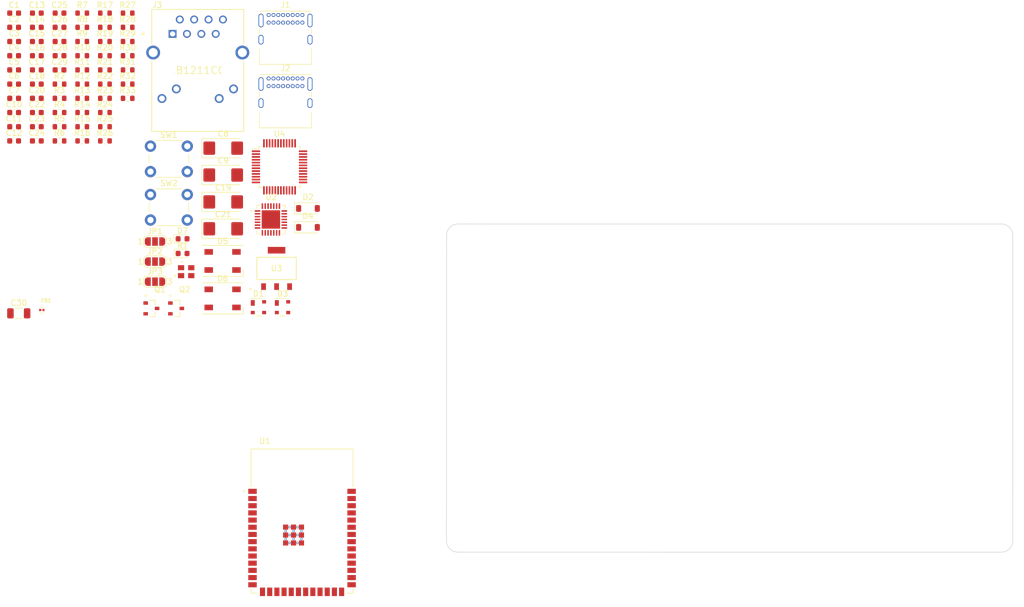
<source format=kicad_pcb>
(kicad_pcb (version 20221018) (generator pcbnew)
  (layers (0 "F.Cu" signal) (1 "In1.Cu" signal) (2 "In2.Cu" signal) (31 "B.Cu" signal) (34 "B.Paste" user) (35 "F.Paste" user) (36 "B.SilkS" user "B.Silkscreen") (37 "F.SilkS" user "F.Silkscreen") (38 "B.Mask" user) (39 "F.Mask" user) (44 "Edge.Cuts" user))
  (net 0 "")
  (net 1 "VCC_3V3")
  (net 2 "GND")
  (net 3 "VCC_5V")
  (net 4 "CHIP_PU")
  (net 5 "Net-(U2-VBUS)")
  (net 6 "/GPIO0")
  (net 7 "/A3V3")
  (net 8 "/CLKIN")
  (net 9 "/XO")
  (net 10 "Net-(U4-1V2O)")
  (net 11 "Net-(U4-TOCAP)")
  (net 12 "Net-(C26-Pad1)")
  (net 13 "Net-(U4-RXN)")
  (net 14 "Net-(C27-Pad2)")
  (net 15 "Net-(U4-RXP)")
  (net 16 "Net-(C28-Pad2)")
  (net 17 "Net-(C29-Pad1)")
  (net 18 "GND1")
  (net 19 "/GPIO20")
  (net 20 "/GPIO19")
  (net 21 "V_BUS")
  (net 22 "/USB_D+")
  (net 23 "/USB_D-")
  (net 24 "Net-(D5-DIN)")
  (net 26 "Net-(D6-DIN)")
  (net 28 "Net-(D7-A)")
  (net 29 "Net-(J1-CC1)")
  (net 31 "Net-(J1-CC2)")
  (net 33 "Net-(J1-SHIELD)")
  (net 34 "Net-(J2-CC1)")
  (net 36 "Net-(J2-CC2)")
  (net 38 "Net-(J2-SHIELD)")
  (net 39 "Net-(U4-TXP)")
  (net 40 "Net-(U4-TXN)")
  (net 42 "Net-(J3-CATHODE_YELLOW)")
  (net 43 "Net-(J3-CATHODE_GREEN)")
  (net 44 "/PMODE2")
  (net 45 "Net-(JP1-B)")
  (net 46 "/PMODE1")
  (net 47 "Net-(JP2-B)")
  (net 48 "/PMODE0")
  (net 49 "Net-(JP3-B)")
  (net 50 "Net-(Q1-Pad3)")
  (net 51 "Net-(Q1-Pad1)")
  (net 52 "/RTS")
  (net 53 "Net-(Q2-Pad3)")
  (net 54 "Net-(Q2-Pad1)")
  (net 55 "/DTR")
  (net 56 "ESP_3V3")
  (net 57 "Net-(U2-~{SUSPEND})")
  (net 58 "Net-(U2-~{RST})")
  (net 59 "Net-(U2-TXD)")
  (net 60 "/ESP_U0_RXD0")
  (net 61 "Net-(U2-RXD)")
  (net 62 "/ESP_U0_TXD0")
  (net 63 "/GPIO38")
  (net 64 "/GPIO47")
  (net 65 "Net-(U4-EXRES1)")
  (net 66 "/LINK")
  (net 67 "/ACT")
  (net 68 "/GPIO4")
  (net 69 "/GPIO5")
  (net 70 "/GPIO6")
  (net 71 "/GPIO7")
  (net 72 "/GPIO15")
  (net 73 "/GPIO16")
  (net 74 "/GPIO17")
  (net 75 "/GPIO18")
  (net 76 "/INTn")
  (net 77 "/GPIO3")
  (net 78 "/GPIO35")
  (net 79 "/GPIO36")
  (net 80 "/GPIO37")
  (net 81 "/GPIO39")
  (net 82 "/GPIO40")
  (net 83 "/GPIO41")
  (net 84 "/GPIO42")
  (net 85 "/GPIO2")
  (net 86 "/GPIO1")
  (net 87 "/GPIO46")
  (net 88 "/MISO")
  (net 89 "/SCSn")
  (net 90 "/SCLK")
  (net 91 "/MOSI")
  (net 92 "/RSTn")
  (net 93 "/GPIO14")
  (net 94 "/GPIO21")
  (net 95 "/GPIO48")
  (net 96 "/GPIO45")
  (footprint "Resistor_SMD:R_0603_1608Metric" (layer "F.Cu") (at 45.675 31.72)
    (fp_text reference "R27" (at 0 -1.43) (layer "F.SilkS"))
    (fp_text value "49R9/1%")
    (pad "1" smd roundrect (at -0.825 0) (size 0.8 0.95) (layers "F.Cu" "F.Paste" "F.Mask") (net 13 "Net-(U4-RXN)"))
    (pad "2" smd roundrect (at 0.825 0) (size 0.8 0.95) (layers "F.Cu" "F.Paste" "F.Mask") (net 17 "Net-(C29-Pad1)"))
  )
  (footprint "Connector_USB:USB_C_Receptacle_GCT_USB4085" (layer "F.Cu") (at 70.575 43.27)
    (fp_text reference "J2" (at 2.975 -1.8) (layer "F.SilkS"))
    (fp_text value "USB_C_Receptacle_USB2.0_16P")
    (pad "A1" thru_hole circle (at 0 0) (size 0.7 0.7) (drill 0.4) (layers "*.Cu" "*.Mask") (net 2 "GND"))
    (pad "A4" thru_hole circle (at 0.85 0) (size 0.7 0.7) (drill 0.4) (layers "*.Cu" "*.Mask") (net 21 "V_BUS"))
    (pad "A5" thru_hole circle (at 1.7 0) (size 0.7 0.7) (drill 0.4) (layers "*.Cu" "*.Mask") (net 34 "Net-(J2-CC1)"))
    (pad "A6" thru_hole circle (at 2.55 0) (size 0.7 0.7) (drill 0.4) (layers "*.Cu" "*.Mask") (net 22 "/USB_D+"))
    (pad "A7" thru_hole circle (at 3.4 0) (size 0.7 0.7) (drill 0.4) (layers "*.Cu" "*.Mask") (net 23 "/USB_D-"))
    (pad "A8" thru_hole circle (at 4.25 0) (size 0.7 0.7) (drill 0.4) (layers "*.Cu" "*.Mask"))
    (pad "A9" thru_hole circle (at 5.1 0) (size 0.7 0.7) (drill 0.4) (layers "*.Cu" "*.Mask") (net 21 "V_BUS"))
    (pad "A12" thru_hole circle (at 5.95 0) (size 0.7 0.7) (drill 0.4) (layers "*.Cu" "*.Mask") (net 2 "GND"))
    (pad "B1" thru_hole circle (at 5.95 1.35) (size 0.7 0.7) (drill 0.4) (layers "*.Cu" "*.Mask") (net 2 "GND"))
    (pad "B4" thru_hole circle (at 5.1 1.35) (size 0.7 0.7) (drill 0.4) (layers "*.Cu" "*.Mask") (net 21 "V_BUS"))
    (pad "B5" thru_hole circle (at 4.25 1.35) (size 0.7 0.7) (drill 0.4) (layers "*.Cu" "*.Mask") (net 36 "Net-(J2-CC2)"))
    (pad "B6" thru_hole circle (at 3.4 1.35) (size 0.7 0.7) (drill 0.4) (layers "*.Cu" "*.Mask") (net 22 "/USB_D+"))
    (pad "B7" thru_hole circle (at 2.55 1.35) (size 0.7 0.7) (drill 0.4) (layers "*.Cu" "*.Mask") (net 23 "/USB_D-"))
    (pad "B8" thru_hole circle (at 1.7 1.35) (size 0.7 0.7) (drill 0.4) (layers "*.Cu" "*.Mask"))
    (pad "B9" thru_hole circle (at 0.85 1.35) (size 0.7 0.7) (drill 0.4) (layers "*.Cu" "*.Mask") (net 21 "V_BUS"))
    (pad "B12" thru_hole circle (at 0 1.35) (size 0.7 0.7) (drill 0.4) (layers "*.Cu" "*.Mask") (net 2 "GND"))
    (pad "S1" thru_hole oval (at -1.35 0.98) (size 0.9 2.4) (drill oval 0.6 2.1) (layers "*.Cu" "*.Mask") (net 38 "Net-(J2-SHIELD)"))
    (pad "S1" thru_hole oval (at -1.35 4.36) (size 0.9 1.7) (drill oval 0.6 1.4) (layers "*.Cu" "*.Mask") (net 38 "Net-(J2-SHIELD)"))
    (pad "S1" thru_hole oval (at 7.3 0.98) (size 0.9 2.4) (drill oval 0.6 2.1) (layers "*.Cu" "*.Mask") (net 38 "Net-(J2-SHIELD)"))
    (pad "S1" thru_hole oval (at 7.3 4.36) (size 0.9 1.7) (drill oval 0.6 1.4) (layers "*.Cu" "*.Mask") (net 38 "Net-(J2-SHIELD)"))
  )
  (footprint "Package_TO_SOT_SMD:SOT-143" (layer "F.Cu") (at 73.025 83.7)
    (fp_text reference "D3" (at 0.02 -2.38) (layer "F.SilkS"))
    (fp_text value "SP0503BAHT")
    (pad "1" smd rect (at -1 -0.75) (size 0.7 1) (layers "F.Cu" "F.Paste" "F.Mask") (net 2 "GND"))
    (pad "2" smd rect (at -1 0.95) (size 0.7 0.6) (layers "F.Cu" "F.Paste" "F.Mask") (net 22 "/USB_D+"))
    (pad "3" smd rect (at 1 0.95) (size 0.7 0.6) (layers "F.Cu" "F.Paste" "F.Mask") (net 23 "/USB_D-"))
    (pad "4" smd rect (at 1 -0.95) (size 0.7 0.6) (layers "F.Cu" "F.Paste" "F.Mask") (net 21 "V_BUS"))
  )
  (footprint "Resistor_SMD:R_0603_1608Metric" (layer "F.Cu") (at 45.675 41.76)
    (fp_text reference "R31" (at 0 -1.43) (layer "F.SilkS"))
    (fp_text value "10K")
    (pad "1" smd roundrect (at -0.825 0) (size 0.8 0.95) (layers "F.Cu" "F.Paste" "F.Mask") (net 45 "Net-(JP1-B)"))
    (pad "2" smd roundrect (at 0.825 0) (size 0.8 0.95) (layers "F.Cu" "F.Paste" "F.Mask") (net 2 "GND"))
  )
  (footprint "Package_QFP:LQFP-48_7x7mm_P0.5mm" (layer "F.Cu") (at 72.495 58.89)
    (fp_text reference "U4" (at 0 -5.85) (layer "F.SilkS"))
    (fp_text value "W5500")
    (pad "1" smd roundrect (at -4.1625 -2.75) (size 1.475 0.3) (layers "F.Cu" "F.Paste" "F.Mask") (net 40 "Net-(U4-TXN)"))
    (pad "2" smd roundrect (at -4.1625 -2.25) (size 1.475 0.3) (layers "F.Cu" "F.Paste" "F.Mask") (net 39 "Net-(U4-TXP)"))
    (pad "3" smd roundrect (at -4.1625 -1.75) (size 1.475 0.3) (layers "F.Cu" "F.Paste" "F.Mask") (net 2 "GND"))
    (pad "4" smd roundrect (at -4.1625 -1.25) (size 1.475 0.3) (layers "F.Cu" "F.Paste" "F.Mask") (net 7 "/A3V3"))
    (pad "5" smd roundrect (at -4.1625 -0.75) (size 1.475 0.3) (layers "F.Cu" "F.Paste" "F.Mask") (net 13 "Net-(U4-RXN)"))
    (pad "6" smd roundrect (at -4.1625 -0.25) (size 1.475 0.3) (layers "F.Cu" "F.Paste" "F.Mask") (net 15 "Net-(U4-RXP)"))
    (pad "7" smd roundrect (at -4.1625 0.25) (size 1.475 0.3) (layers "F.Cu" "F.Paste" "F.Mask"))
    (pad "8" smd roundrect (at -4.1625 0.75) (size 1.475 0.3) (layers "F.Cu" "F.Paste" "F.Mask") (net 7 "/A3V3"))
    (pad "9" smd roundrect (at -4.1625 1.25) (size 1.475 0.3) (layers "F.Cu" "F.Paste" "F.Mask") (net 2 "GND"))
    (pad "10" smd roundrect (at -4.1625 1.75) (size 1.475 0.3) (layers "F.Cu" "F.Paste" "F.Mask") (net 65 "Net-(U4-EXRES1)"))
    (pad "11" smd roundrect (at -4.1625 2.25) (size 1.475 0.3) (layers "F.Cu" "F.Paste" "F.Mask") (net 7 "/A3V3"))
    (pad "12" smd roundrect (at -4.1625 2.75) (size 1.475 0.3) (layers "F.Cu" "F.Paste" "F.Mask"))
    (pad "13" smd roundrect (at -2.75 4.1625) (size 0.3 1.475) (layers "F.Cu" "F.Paste" "F.Mask"))
    (pad "14" smd roundrect (at -2.25 4.1625) (size 0.3 1.475) (layers "F.Cu" "F.Paste" "F.Mask") (net 2 "GND"))
    (pad "15" smd roundrect (at -1.75 4.1625) (size 0.3 1.475) (layers "F.Cu" "F.Paste" "F.Mask") (net 7 "/A3V3"))
    (pad "16" smd roundrect (at -1.25 4.1625) (size 0.3 1.475) (layers "F.Cu" "F.Paste" "F.Mask") (net 2 "GND"))
    (pad "17" smd roundrect (at -0.75 4.1625) (size 0.3 1.475) (layers "F.Cu" "F.Paste" "F.Mask") (net 7 "/A3V3"))
    (pad "18" smd roundrect (at -0.25 4.1625) (size 0.3 1.475) (layers "F.Cu" "F.Paste" "F.Mask"))
    (pad "19" smd roundrect (at 0.25 4.1625) (size 0.3 1.475) (layers "F.Cu" "F.Paste" "F.Mask") (net 2 "GND"))
    (pad "20" smd roundrect (at 0.75 4.1625) (size 0.3 1.475) (layers "F.Cu" "F.Paste" "F.Mask") (net 11 "Net-(U4-TOCAP)"))
    (pad "21" smd roundrect (at 1.25 4.1625) (size 0.3 1.475) (layers "F.Cu" "F.Paste" "F.Mask") (net 7 "/A3V3"))
    (pad "22" smd roundrect (at 1.75 4.1625) (size 0.3 1.475) (layers "F.Cu" "F.Paste" "F.Mask") (net 10 "Net-(U4-1V2O)"))
    (pad "23" smd roundrect (at 2.25 4.1625) (size 0.3 1.475) (layers "F.Cu" "F.Paste" "F.Mask"))
    (pad "24" smd roundrect (at 2.75 4.1625) (size 0.3 1.475) (layers "F.Cu" "F.Paste" "F.Mask"))
    (pad "25" smd roundrect (at 4.1625 2.75) (size 1.475 0.3) (layers "F.Cu" "F.Paste" "F.Mask") (net 66 "/LINK"))
    (pad "26" smd roundrect (at 4.1625 2.25) (size 1.475 0.3) (layers "F.Cu" "F.Paste" "F.Mask"))
    (pad "27" smd roundrect (at 4.1625 1.75) (size 1.475 0.3) (layers "F.Cu" "F.Paste" "F.Mask") (net 67 "/ACT"))
    (pad "28" smd roundrect (at 4.1625 1.25) (size 1.475 0.3) (layers "F.Cu" "F.Paste" "F.Mask") (net 1 "VCC_3V3"))
    (pad "29" smd roundrect (at 4.1625 0.75) (size 1.475 0.3) (layers "F.Cu" "F.Paste" "F.Mask") (net 2 "GND"))
    (pad "30" smd roundrect (at 4.1625 0.25) (size 1.475 0.3) (layers "F.Cu" "F.Paste" "F.Mask") (net 8 "/CLKIN"))
    (pad "31" smd roundrect (at 4.1625 -0.25) (size 1.475 0.3) (layers "F.Cu" "F.Paste" "F.Mask") (net 9 "/XO"))
    (pad "32" smd roundrect (at 4.1625 -0.75) (size 1.475 0.3) (layers "F.Cu" "F.Paste" "F.Mask") (net 89 "/SCSn"))
    (pad "33" smd roundrect (at 4.1625 -1.25) (size 1.475 0.3) (layers "F.Cu" "F.Paste" "F.Mask") (net 90 "/SCLK"))
    (pad "34" smd roundrect (at 4.1625 -1.75) (size 1.475 0.3) (layers "F.Cu" "F.Paste" "F.Mask") (net 88 "/MISO"))
    (pad "35" smd roundrect (at 4.1625 -2.25) (size 1.475 0.3) (layers "F.Cu" "F.Paste" "F.Mask") (net 91 "/MOSI"))
    (pad "36" smd roundrect (at 4.1625 -2.75) (size 1.475 0.3) (layers "F.Cu" "F.Paste" "F.Mask") (net 76 "/INTn"))
    (pad "37" smd roundrect (at 2.75 -4.1625) (size 0.3 1.475) (layers "F.Cu" "F.Paste" "F.Mask") (net 92 "/RSTn"))
    (pad "38" smd roundrect (at 2.25 -4.1625) (size 0.3 1.475) (layers "F.Cu" "F.Paste" "F.Mask"))
    (pad "39" smd roundrect (at 1.75 -4.1625) (size 0.3 1.475) (layers "F.Cu" "F.Paste" "F.Mask"))
    (pad "40" smd roundrect (at 1.25 -4.1625) (size 0.3 1.475) (layers "F.Cu" "F.Paste" "F.Mask"))
    (pad "41" smd roundrect (at 0.75 -4.1625) (size 0.3 1.475) (layers "F.Cu" "F.Paste" "F.Mask"))
    (pad "42" smd roundrect (at 0.25 -4.1625) (size 0.3 1.475) (layers "F.Cu" "F.Paste" "F.Mask"))
    (pad "43" smd roundrect (at -0.25 -4.1625) (size 0.3 1.475) (layers "F.Cu" "F.Paste" "F.Mask") (net 44 "/PMODE2"))
    (pad "44" smd roundrect (at -0.75 -4.1625) (size 0.3 1.475) (layers "F.Cu" "F.Paste" "F.Mask") (net 46 "/PMODE1"))
    (pad "45" smd roundrect (at -1.25 -4.1625) (size 0.3 1.475) (layers "F.Cu" "F.Paste" "F.Mask") (net 48 "/PMODE0"))
    (pad "46" smd roundrect (at -1.75 -4.1625) (size 0.3 1.475) (layers "F.Cu" "F.Paste" "F.Mask"))
    (pad "47" smd roundrect (at -2.25 -4.1625) (size 0.3 1.475) (layers "F.Cu" "F.Paste" "F.Mask"))
    (pad "48" smd roundrect (at -2.75 -4.1625) (size 0.3 1.475) (layers "F.Cu" "F.Paste" "F.Mask") (net 2 "GND"))
  )
  (footprint "Button_Switch_THT:SW_PUSH_6mm" (layer "F.Cu") (at 49.705 63.79)
    (fp_text reference "SW2" (at 3.25 -2) (layer "F.SilkS"))
    (fp_text value "SW_Push")
    (pad "1" thru_hole circle (at 0 0 90) (size 2 2) (drill 1.1) (layers "*.Cu" "*.Mask") (net 2 "GND"))
    (pad "1" thru_hole circle (at 6.5 0 90) (size 2 2) (drill 1.1) (layers "*.Cu" "*.Mask") (net 2 "GND"))
    (pad "2" thru_hole circle (at 0 4.5 90) (size 2 2) (drill 1.1) (layers "*.Cu" "*.Mask") (net 4 "CHIP_PU"))
    (pad "2" thru_hole circle (at 6.5 4.5 90) (size 2 2) (drill 1.1) (layers "*.Cu" "*.Mask") (net 4 "CHIP_PU"))
  )
  (footprint "Capacitor_SMD:C_0603_1608Metric" (layer "F.Cu") (at 29.635 31.72)
    (fp_text reference "C13" (at 0 -1.43) (layer "F.SilkS"))
    (fp_text value "0.1uF")
    (pad "1" smd roundrect (at -0.775 0) (size 0.9 0.95) (layers "F.Cu" "F.Paste" "F.Mask") (net 2 "GND"))
    (pad "2" smd roundrect (at 0.775 0) (size 0.9 0.95) (layers "F.Cu" "F.Paste" "F.Mask") (net 4 "CHIP_PU"))
  )
  (footprint "Resistor_SMD:R_0603_1608Metric" (layer "F.Cu") (at 41.665 44.27)
    (fp_text reference "R22" (at 0 -1.43) (layer "F.SilkS"))
    (fp_text value "12.4K/1%")
    (pad "1" smd roundrect (at -0.825 0) (size 0.8 0.95) (layers "F.Cu" "F.Paste" "F.Mask") (net 65 "Net-(U4-EXRES1)"))
    (pad "2" smd roundrect (at 0.825 0) (size 0.8 0.95) (layers "F.Cu" "F.Paste" "F.Mask") (net 2 "GND"))
  )
  (footprint "Capacitor_Tantalum_SMD:CP_EIA-6032-28_Kemet-C" (layer "F.Cu") (at 62.55 60.34)
    (fp_text reference "C9" (at 0 -2.55) (layer "F.SilkS"))
    (fp_text value "10uF")
    (pad "1" smd roundrect (at -2.4625 0) (size 2.075 2.35) (layers "F.Cu" "F.Paste" "F.Mask") (roundrect_rratio 0.120482) (net 1 "VCC_3V3"))
    (pad "2" smd roundrect (at 2.4625 0) (size 2.075 2.35) (layers "F.Cu" "F.Paste" "F.Mask") (roundrect_rratio 0.120482) (net 2 "GND"))
  )
  (footprint "Capacitor_SMD:C_0603_1608Metric" (layer "F.Cu") (at 33.645 34.23)
    (fp_text reference "C26" (at 0 -1.43) (layer "F.SilkS"))
    (fp_text value "22nF")
    (pad "1" smd roundrect (at -0.775 0) (size 0.9 0.95) (layers "F.Cu" "F.Paste" "F.Mask") (net 12 "Net-(C26-Pad1)"))
    (pad "2" smd roundrect (at 0.775 0) (size 0.9 0.95) (layers "F.Cu" "F.Paste" "F.Mask") (net 2 "GND"))
  )
  (footprint "Capacitor_SMD:C_0603_1608Metric" (layer "F.Cu") (at 29.635 39.25)
    (fp_text reference "C16" (at 0 -1.43) (layer "F.SilkS"))
    (fp_text value "0.1uF")
    (pad "1" smd roundrect (at -0.775 0) (size 0.9 0.95) (layers "F.Cu" "F.Paste" "F.Mask") (net 7 "/A3V3"))
    (pad "2" smd roundrect (at 0.775 0) (size 0.9 0.95) (layers "F.Cu" "F.Paste" "F.Mask") (net 2 "GND"))
  )
  (footprint "footprints:SOT-223_3MC_MCH-L" (layer "F.Cu") (at 71.9732 76.8476)
    (fp_text reference "U3" (at 0 0 unlocked) (layer "F.SilkS"))
    (fp_text value "TC1264-3.3VDB")
    (fp_poly (pts (xy 1.5494 -3.8024) (xy -1.5494 -3.8024) (xy -1.5494 -2.634) (xy 1.5494 -2.634)) (fill solid) (layer "F.Cu"))
    (pad "1" smd rect (at -2.3 3.2182) (size 0.8382 1.1684) (layers "F.Cu" "F.Paste" "F.Mask") (net 3 "VCC_5V"))
    (pad "2" smd rect (at 0 3.2182) (size 0.8382 1.1684) (layers "F.Cu" "F.Paste" "F.Mask") (net 2 "GND"))
    (pad "3" smd rect (at 2.3 3.2182) (size 0.8382 1.1684) (layers "F.Cu" "F.Paste" "F.Mask") (net 1 "VCC_3V3"))
  )
  (footprint "Capacitor_SMD:C_0603_1608Metric" (layer "F.Cu") (at 29.635 49.29)
    (fp_text reference "C22" (at 0 -1.43) (layer "F.SilkS"))
    (fp_text value "15pF")
    (pad "1" smd roundrect (at -0.775 0) (size 0.9 0.95) (layers "F.Cu" "F.Paste" "F.Mask") (net 8 "/CLKIN"))
    (pad "2" smd roundrect (at 0.775 0) (size 0.9 0.95) (layers "F.Cu" "F.Paste" "F.Mask") (net 2 "GND"))
  )
  (footprint "SS8050-G:TRANS_SS8050-G" (layer "F.Cu") (at 49.865 83.915)
    (fp_text reference "Q1" (at 1.515 -3.335) (layer "F.SilkS"))
    (fp_text value "L8050QLT1G")
    (pad "1" smd rect (at -1.01 -0.95) (size 0.8 0.6) (layers "F.Cu" "F.Paste" "F.Mask") (net 51 "Net-(Q1-Pad1)"))
    (pad "2" smd rect (at -1.01 0.95) (size 0.8 0.6) (layers "F.Cu" "F.Paste" "F.Mask") (net 52 "/RTS"))
    (pad "3" smd rect (at 1.01 0) (size 0.8 0.6) (layers "F.Cu" "F.Paste" "F.Mask") (net 50 "Net-(Q1-Pad3)"))
  )
  (footprint "Capacitor_SMD:C_1206_3216Metric" (layer "F.Cu") (at 26.445 84.79)
    (fp_text reference "C30" (at 0 -1.85) (layer "F.SilkS"))
    (fp_text value "1nF/2kV")
    (pad "1" smd roundrect (at -1.475 0) (size 1.15 1.8) (layers "F.Cu" "F.Paste" "F.Mask") (roundrect_rratio 0.217391) (net 2 "GND"))
    (pad "2" smd roundrect (at 1.475 0) (size 1.15 1.8) (layers "F.Cu" "F.Paste" "F.Mask") (roundrect_rratio 0.217391) (net 18 "GND1"))
  )
  (footprint "Capacitor_SMD:C_0603_1608Metric" (layer "F.Cu") (at 29.635 41.76)
    (fp_text reference "C17" (at 0 -1.43) (layer "F.SilkS"))
    (fp_text value "0.1uF")
    (pad "1" smd roundrect (at -0.775 0) (size 0.9 0.95) (layers "F.Cu" "F.Paste" "F.Mask") (net 7 "/A3V3"))
    (pad "2" smd roundrect (at 0.775 0) (size 0.9 0.95) (layers "F.Cu" "F.Paste" "F.Mask") (net 2 "GND"))
  )
  (footprint "Resistor_SMD:R_0603_1608Metric" (layer "F.Cu") (at 41.665 31.72)
    (fp_text reference "R17" (at 0 -1.43) (layer "F.SilkS"))
    (fp_text value "0")
    (pad "1" smd roundrect (at -0.825 0) (size 0.8 0.95) (layers "F.Cu" "F.Paste" "F.Mask") (net 4 "CHIP_PU"))
    (pad "2" smd roundrect (at 0.825 0) (size 0.8 0.95) (layers "F.Cu" "F.Paste" "F.Mask") (net 50 "Net-(Q1-Pad3)"))
  )
  (footprint "Capacitor_SMD:C_0603_1608Metric" (layer "F.Cu") (at 33.645 41.76)
    (fp_text reference "C29" (at 0 -1.43) (layer "F.SilkS"))
    (fp_text value "10nF")
    (pad "1" smd roundrect (at -0.775 0) (size 0.9 0.95) (layers "F.Cu" "F.Paste" "F.Mask") (net 17 "Net-(C29-Pad1)"))
    (pad "2" smd roundrect (at 0.775 0) (size 0.9 0.95) (layers "F.Cu" "F.Paste" "F.Mask") (net 2 "GND"))
  )
  (footprint "Resistor_SMD:R_0603_1608Metric" (layer "F.Cu") (at 37.655 39.25)
    (fp_text reference "R10" (at 0 -1.43) (layer "F.SilkS"))
    (fp_text value "1K")
    (pad "1" smd roundrect (at -0.825 0) (size 0.8 0.95) (layers "F.Cu" "F.Paste" "F.Mask") (net 58 "Net-(U2-~{RST})"))
    (pad "2" smd roundrect (at 0.825 0) (size 0.8 0.95) (layers "F.Cu" "F.Paste" "F.Mask") (net 1 "VCC_3V3"))
  )
  (footprint "Capacitor_SMD:C_0603_1608Metric" (layer "F.Cu") (at 25.625 44.27)
    (fp_text reference "C6" (at 0 -1.43) (layer "F.SilkS"))
    (fp_text value "10uF")
    (pad "1" smd roundrect (at -0.775 0) (size 0.9 0.95) (layers "F.Cu" "F.Paste" "F.Mask") (net 2 "GND"))
    (pad "2" smd roundrect (at 0.775 0) (size 0.9 0.95) (layers "F.Cu" "F.Paste" "F.Mask") (net 1 "VCC_3V3"))
  )
  (footprint "Capacitor_SMD:C_0603_1608Metric" (layer "F.Cu") (at 29.635 44.27)
    (fp_text reference "C18" (at 0 -1.43) (layer "F.SilkS"))
    (fp_text value "0.1uF")
    (pad "1" smd roundrect (at -0.775 0) (size 0.9 0.95) (layers "F.Cu" "F.Paste" "F.Mask") (net 7 "/A3V3"))
    (pad "2" smd roundrect (at 0.775 0) (size 0.9 0.95) (layers "F.Cu" "F.Paste" "F.Mask") (net 2 "GND"))
  )
  (footprint "Resistor_SMD:R_0603_1608Metric" (layer "F.Cu") (at 37.655 46.78)
    (fp_text reference "R13" (at 0 -1.43) (layer "F.SilkS"))
    (fp_text value "22.1K")
    (pad "1" smd roundrect (at -0.825 0) (size 0.8 0.95) (layers "F.Cu" "F.Paste" "F.Mask") (net 21 "V_BUS"))
    (pad "2" smd roundrect (at 0.825 0) (size 0.8 0.95) (layers "F.Cu" "F.Paste" "F.Mask") (net 5 "Net-(U2-VBUS)"))
  )
  (footprint "Capacitor_SMD:C_0603_1608Metric" (layer "F.Cu") (at 25.625 31.72)
    (fp_text reference "C1" (at 0 -1.43) (layer "F.SilkS"))
    (fp_text value "0.1uF")
    (pad "1" smd roundrect (at -0.775 0) (size 0.9 0.95) (layers "F.Cu" "F.Paste" "F.Mask") (net 1 "VCC_3V3"))
    (pad "2" smd roundrect (at 0.775 0) (size 0.9 0.95) (layers "F.Cu" "F.Paste" "F.Mask") (net 2 "GND"))
  )
  (footprint "Capacitor_Tantalum_SMD:CP_EIA-6032-28_Kemet-C" (layer "F.Cu") (at 62.55 55.59)
    (fp_text reference "C8" (at 0 -2.55) (layer "F.SilkS"))
    (fp_text value "10uF")
    (pad "1" smd roundrect (at -2.4625 0) (size 2.075 2.35) (layers "F.Cu" "F.Paste" "F.Mask") (roundrect_rratio 0.120482) (net 3 "VCC_5V"))
    (pad "2" smd roundrect (at 2.4625 0) (size 2.075 2.35) (layers "F.Cu" "F.Paste" "F.Mask") (roundrect_rratio 0.120482) (net 2 "GND"))
  )
  (footprint "ECS-2033-250-BN-TR3:OSC_ECS-2033-250-BN-TR3" (layer "F.Cu") (at 56.007 77.42)
    (fp_text reference "Y1" (at -0.735903 -1.707628) (layer "F.SilkS") (effects (font (size 0.320831 0.320831))))
    (fp_text value "ECS-2033-250-BN-TR3")
    (pad "1" smd rect (at -0.9 0.7 180) (size 1.1 0.9) (layers "F.Cu" "F.Paste" "F.Mask") (net 9 "/XO"))
    (pad "2" smd rect (at 0.9 0.7 180) (size 1.1 0.9) (layers "F.Cu" "F.Paste" "F.Mask") (net 2 "GND"))
    (pad "3" smd rect (at 0.9 -0.7 180) (size 1.1 0.9) (layers "F.Cu" "F.Paste" "F.Mask") (net 8 "/CLKIN"))
    (pad "4" smd rect (at -0.9 -0.7 180) (size 1.1 0.9) (layers "F.Cu" "F.Paste" "F.Mask") (net 1 "VCC_3V3"))
  )
  (footprint "Resistor_SMD:R_0603_1608Metric" (layer "F.Cu") (at 45.675 46.78)
    (fp_text reference "R33" (at 0 -1.43) (layer "F.SilkS"))
    (fp_text value "10K")
    (pad "1" smd roundrect (at -0.825 0) (size 0.8 0.95) (layers "F.Cu" "F.Paste" "F.Mask") (net 49 "Net-(JP3-B)"))
    (pad "2" smd roundrect (at 0.825 0) (size 0.8 0.95) (layers "F.Cu" "F.Paste" "F.Mask") (net 2 "GND"))
  )
  (footprint "Resistor_SMD:R_0603_1608Metric" (layer "F.Cu") (at 37.655 34.23)
    (fp_text reference "R8" (at 0 -1.43) (layer "F.SilkS"))
    (fp_text value "5.1K")
    (pad "1" smd roundrect (at -0.825 0) (size 0.8 0.95) (layers "F.Cu" "F.Paste" "F.Mask") (net 36 "Net-(J2-CC2)"))
    (pad "2" smd roundrect (at 0.825 0) (size 0.8 0.95) (layers "F.Cu" "F.Paste" "F.Mask") (net 2 "GND"))
  )
  (footprint "Resistor_SMD:R_0603_1608Metric" (layer "F.Cu") (at 45.675 36.74)
    (fp_text reference "R29" (at 0 -1.43) (layer "F.SilkS"))
    (fp_text value "330R")
    (pad "1" smd roundrect (at -0.825 0) (size 0.8 0.95) (layers "F.Cu" "F.Paste" "F.Mask") (net 42 "Net-(J3-CATHODE_YELLOW)"))
    (pad "2" smd roundrect (at 0.825 0) (size 0.8 0.95) (layers "F.Cu" "F.Paste" "F.Mask") (net 66 "/LINK"))
  )
  (footprint "Resistor_SMD:R_0603_1608Metric" (layer "F.Cu") (at 41.665 51.8)
    (fp_text reference "R25" (at 0 -1.43) (layer "F.SilkS"))
    (fp_text value "10R")
    (pad "1" smd roundrect (at -0.825 0) (size 0.8 0.95) (layers "F.Cu" "F.Paste" "F.Mask") (net 7 "/A3V3"))
    (pad "2" smd roundrect (at 0.825 0) (size 0.8 0.95) (layers "F.Cu" "F.Paste" "F.Mask") (net 12 "Net-(C26-Pad1)"))
  )
  (footprint "Resistor_SMD:R_0603_1608Metric" (layer "F.Cu") (at 45.675 44.27)
    (fp_text reference "R32" (at 0 -1.43) (layer "F.SilkS"))
    (fp_text value "10K")
    (pad "1" smd roundrect (at -0.825 0) (size 0.8 0.95) (layers "F.Cu" "F.Paste" "F.Mask") (net 47 "Net-(JP2-B)"))
    (pad "2" smd roundrect (at 0.825 0) (size 0.8 0.95) (layers "F.Cu" "F.Paste" "F.Mask") (net 2 "GND"))
  )
  (footprint "BK0603LL121-T:BEADC0603X33N" (layer "F.Cu") (at 30.515 84.1985)
    (fp_text reference "FB1" (at 0.762 -1.6764) (layer "F.SilkS") (effects (font (size 0.64 0.64))))
    (fp_text value "BK0603LL121-T")
    (pad "1" smd rect (at -0.28 0 180) (size 0.38 0.4) (layers "F.Cu" "F.Paste" "F.Mask") (net 1 "VCC_3V3"))
    (pad "2" smd rect (at 0.28 0 180) (size 0.38 0.4) (layers "F.Cu" "F.Paste" "F.Mask") (net 7 "/A3V3"))
  )
  (footprint "Resistor_SMD:R_0603_1608Metric" (layer "F.Cu") (at 41.665 39.25)
    (fp_text reference "R20" (at 0 -1.43) (layer "F.SilkS"))
    (fp_text value "0")
    (pad "1" smd roundrect (at -0.825 0) (size 0.8 0.95) (layers "F.Cu" "F.Paste" "F.Mask") (net 64 "/GPIO47"))
    (pad "2" smd roundrect (at 0.825 0) (size 0.8 0.95) (layers "F.Cu" "F.Paste" "F.Mask") (net 26 "Net-(D6-DIN)"))
  )
  (footprint "Diode_SMD:D_SOD-123" (layer "F.Cu") (at 77.52 69.59)
    (fp_text reference "D4" (at 0 -2) (layer "F.SilkS"))
    (fp_text value "1N5819HW-7-F")
    (pad "1" smd roundrect (at -1.65 0) (size 0.9 1.2) (layers "F.Cu" "F.Paste" "F.Mask"))
    (pad "2" smd roundrect (at 1.65 0) (size 0.9 1.2) (layers "F.Cu" "F.Paste" "F.Mask"))
  )
  (footprint "SS8050-G:TRANS_SS8050-G" (layer "F.Cu") (at 54.235 83.915)
    (fp_text reference "Q2" (at 1.515 -3.335) (layer "F.SilkS"))
    (fp_text value "L8050QLT1G")
    (pad "1" smd rect (at -1.01 -0.95) (size 0.8 0.6) (layers "F.Cu" "F.Paste" "F.Mask") (net 54 "Net-(Q2-Pad1)"))
    (pad "2" smd rect (at -1.01 0.95) (size 0.8 0.6) (layers "F.Cu" "F.Paste" "F.Mask") (net 55 "/DTR"))
    (pad "3" smd rect (at 1.01 0) (size 0.8 0.6) (layers "F.Cu" "F.Paste" "F.Mask") (net 53 "Net-(Q2-Pad3)"))
  )
  (footprint "Resistor_SMD:R_0603_1608Metric" (layer "F.Cu") (at 37.655 44.27)
    (fp_text reference "R12" (at 0 -1.43) (layer "F.SilkS"))
    (fp_text value "0")
    (pad "1" smd roundrect (at -0.825 0) (size 0.8 0.95) (layers "F.Cu" "F.Paste" "F.Mask") (net 61 "Net-(U2-RXD)"))
    (pad "2" smd roundrect (at 0.825 0) (size 0.8 0.95) (layers "F.Cu" "F.Paste" "F.Mask") (net 62 "/ESP_U0_TXD0"))
  )
  (footprint "Resistor_SMD:R_0603_1608Metric" (layer "F.Cu") (at 33.645 51.8)
    (fp_text reference "R5" (at 0 -1.43) (layer "F.SilkS"))
    (fp_text value "5.1K")
    (pad "1" smd roundrect (at -0.825 0) (size 0.8 0.95) (layers "F.Cu" "F.Paste" "F.Mask") (net 31 "Net-(J1-CC2)"))
    (pad "2" smd roundrect (at 0.825 0) (size 0.8 0.95) (layers "F.Cu" "F.Paste" "F.Mask") (net 2 "GND"))
  )
  (footprint "Diode_SMD:D_0603_1608Metric" (layer "F.Cu") (at 55.375 74.2)
    (fp_text reference "R1" (at 0 -1.43) (layer "F.SilkS"))
    (fp_text value "47K")
    (pad "1" smd roundrect (at -0.7875 0) (size 0.875 0.95) (layers "F.Cu" "F.Paste" "F.Mask") (net 56 "ESP_3V3"))
    (pad "2" smd roundrect (at 0.7875 0) (size 0.875 0.95) (layers "F.Cu" "F.Paste" "F.Mask") (net 1 "VCC_3V3"))
  )
  (footprint "eec:WIZnet-J1B1211CCD-MFG" (layer "F.Cu") (at 58.055 41.84)
    (fp_text reference "J3" (at -8.125 -11.575) (layer "F.SilkS") (effects (justify left)))
    (fp_text value "J1B1211CCD" (at 0 0) (layer "F.SilkS") (effects (font (size 1.27 1.27))))
    (pad "" np_thru_hole circle (at -5.715 -0.1) (size 3.25 3.25) (drill 3.25) (layers "*.Cu" "*.Mask"))
    (pad "" np_thru_hole circle (at 5.715 -0.1) (size 3.25 3.25) (drill 3.25) (layers "*.Cu" "*.Mask"))
    (pad "1" thru_hole rect (at -4.445 -6.45) (size 1.4 1.4) (drill 0.9) (layers "*.Cu") (net 39 "Net-(U4-TXP)"))
    (pad "2" thru_hole circle (at -3.175 -8.99) (size 1.4 1.4) (drill 0.9) (layers "*.Cu") (net 12 "Net-(C26-Pad1)"))
    (pad "3" thru_hole circle (at -1.905 -6.45) (size 1.4 1.4) (drill 0.9) (layers "*.Cu") (net 40 "Net-(U4-TXN)"))
    (pad "4" thru_hole circle (at -0.635 -8.99) (size 1.4 1.4) (drill 0.9) (layers "*.Cu") (net 16 "Net-(C28-Pad2)"))
    (pad "5" thru_hole circle (at 0.635 -6.45) (size 1.4 1.4) (drill 0.9) (layers "*.Cu") (net 17 "Net-(C29-Pad1)"))
    (pad "6" thru_hole circle (at 1.905 -8.99) (size 1.4 1.4) (drill 0.9) (layers "*.Cu") (net 14 "Net-(C27-Pad2)"))
    (pad "7" thru_hole circle (at 3.175 -6.45) (size 1.4 1.4) (drill 0.9) (layers "*.Cu"))
    (pad "8" thru_hole circle (at 4.445 -8.99) (size 1.4 1.4) (drill 0.9) (layers "*.Cu") (net 18 "GND1"))
    (pad "9" thru_hole circle (at -6.325 4.98) (size 1.57 1.57) (drill 1.02) (layers "*.Cu") (net 43 "Net-(J3-CATHODE_GREEN)"))
    (pad "10" thru_hole circle (at -3.785 3.28) (size 1.57 1.57) (drill 1.02) (layers "*.Cu") (net 1 "VCC_3V3"))
    (pad "11" thru_hole circle (at 3.785 4.98) (size 1.57 1.57) (drill 1.02) (layers "*.Cu") (net 42 "Net-(J3-CATHODE_YELLOW)"))
    (pad "12" thru_hole circle (at 6.325 3.28) (size 1.57 1.57) (drill 1.02) (layers "*.Cu") (net 1 "VCC_3V3"))
    (pad "13" thru_hole circle (at -7.875 -3.15) (size 2.45 2.45) (drill 1.6) (layers "*.Cu") (net 18 "GND1"))
    (pad "14" thru_hole circle (at 7.875 -3.15) (size 2.45 2.45) (drill 1.6) (layers "*.Cu") (net 18 "GND1"))
  )
  (footprint "Capacitor_SMD:C_0603_1608Metric" (layer "F.Cu") (at 29.635 36.74)
    (fp_text reference "C15" (at 0 -1.43) (layer "F.SilkS"))
    (fp_text value "0.1uF")
    (pad "1" smd roundrect (at -0.775 0) (size 0.9 0.95) (layers "F.Cu" "F.Paste" "F.Mask") (net 7 "/A3V3"))
    (pad "2" smd roundrect (at 0.775 0) (size 0.9 0.95) (layers "F.Cu" "F.Paste" "F.Mask") (net 2 "GND"))
  )
  (footprint "Package_TO_SOT_SMD:SOT-143" (layer "F.Cu") (at 68.775 83.7)
    (fp_text reference "D1" (at 0.02 -2.38) (layer "F.SilkS"))
    (fp_text value "SP0503BAHT")
    (pad "1" smd rect (at -1 -0.75) (size 0.7 1) (layers "F.Cu" "F.Paste" "F.Mask") (net 2 "GND"))
    (pad "2" smd rect (at -1 0.95) (size 0.7 0.6) (layers "F.Cu" "F.Paste" "F.Mask") (net 19 "/GPIO20"))
    (pad "3" smd rect (at 1 0.95) (size 0.7 0.6) (layers "F.Cu" "F.Paste" "F.Mask") (net 20 "/GPIO19"))
    (pad "4" smd rect (at 1 -0.95) (size 0.7 0.6) (layers "F.Cu" "F.Paste" "F.Mask") (net 21 "V_BUS"))
  )
  (footprint "Resistor_SMD:R_0603_1608Metric" (layer "F.Cu") (at 45.675 34.23)
    (fp_text reference "R28" (at 0 -1.43) (layer "F.SilkS"))
    (fp_text value "1M")
    (pad "1" smd roundrect (at -0.825 0) (size 0.8 0.95) (layers "F.Cu" "F.Paste" "F.Mask") (net 9 "/XO"))
    (pad "2" smd roundrect (at 0.825 0) (size 0.8 0.95) (layers "F.Cu" "F.Paste" "F.Mask") (net 8 "/CLKIN"))
  )
  (footprint "Capacitor_SMD:C_0603_1608Metric" (layer "F.Cu") (at 33.645 39.25)
    (fp_text reference "C28" (at 0 -1.43) (layer "F.SilkS"))
    (fp_text value "6.5nF")
    (pad "1" smd roundrect (at -0.775 0) (size 0.9 0.95) (layers "F.Cu" "F.Paste" "F.Mask") (net 15 "Net-(U4-RXP)"))
    (pad "2" smd roundrect (at 0.775 0) (size 0.9 0.95) (layers "F.Cu" "F.Paste" "F.Mask") (net 16 "Net-(C28-Pad2)"))
  )
  (footprint "Resistor_SMD:R_0603_1608Metric" (layer "F.Cu") (at 41.665 41.76)
    (fp_text reference "R21" (at 0 -1.43) (layer "F.SilkS"))
    (fp_text value "5.1K")
    (pad "1" smd roundrect (at -0.825 0) (size 0.8 0.95) (layers "F.Cu" "F.Paste" "F.Mask") (net 1 "VCC_3V3"))
    (pad "2" smd roundrect (at 0.825 0) (size 0.8 0.95) (layers "F.Cu" "F.Paste" "F.Mask") (net 28 "Net-(D7-A)"))
  )
  (footprint "Connector_USB:USB_C_Receptacle_GCT_USB4085" (layer "F.Cu") (at 70.575 32.05)
    (fp_text reference "J1" (at 2.975 -1.8) (layer "F.SilkS"))
    (fp_text value "USB_C_Receptacle_USB2.0_16P")
    (pad "A1" thru_hole circle (at 0 0) (size 0.7 0.7) (drill 0.4) (layers "*.Cu" "*.Mask") (net 2 "GND"))
    (pad "A4" thru_hole circle (at 0.85 0) (size 0.7 0.7) (drill 0.4) (layers "*.Cu" "*.Mask") (net 21 "V_BUS"))
    (pad "A5" thru_hole circle (at 1.7 0) (size 0.7 0.7) (drill 0.4) (layers "*.Cu" "*.Mask") (net 29 "Net-(J1-CC1)"))
    (pad "A6" thru_hole circle (at 2.55 0) (size 0.7 0.7) (drill 0.4) (layers "*.Cu" "*.Mask") (net 19 "/GPIO20"))
    (pad "A7" thru_hole circle (at 3.4 0) (size 0.7 0.7) (drill 0.4) (layers "*.Cu" "*.Mask") (net 20 "/GPIO19"))
    (pad "A8" thru_hole circle (at 4.25 0) (size 0.7 0.7) (drill 0.4) (layers "*.Cu" "*.Mask"))
    (pad "A9" thru_hole circle (at 5.1 0) (size 0.7 0.7) (drill 0.4) (layers "*.Cu" "*.Mask") (net 21 "V_BUS"))
    (pad "A12" thru_hole circle (at 5.95 0) (size 0.7 0.7) (drill 0.4) (layers "*.Cu" "*.Mask") (net 2 "GND"))
    (pad "B1" thru_hole circle (at 5.95 1.35) (size 0.7 0.7) (drill 0.4) (layers "*.Cu" "*.Mask") (net 2 "GND"))
    (pad "B4" thru_hole circle (at 5.1 1.35) (size 0.7 0.7) (drill 0.4) (layers "*.Cu" "*.Mask") (net 21 "V_BUS"))
    (pad "B5" thru_hole circle (at 4.25 1.35) (size 0.7 0.7) (drill 0.4) (layers "*.Cu" "*.Mask") (net 31 "Net-(J1-CC2)"))
    (pad "B6" thru_hole circle (at 3.4 1.35) (size 0.7 0.7) (drill 0.4) (layers "*.Cu" "*.Mask") (net 19 "/GPIO20"))
    (pad "B7" thru_hole circle (at 2.55 1.35) (size 0.7 0.7) (drill 0.4) (layers "*.Cu" "*.Mask") (net 20 "/GPIO19"))
    (pad "B8" thru_hole circle (at 1.7 1.35) (size 0.7 0.7) (drill 0.4) (layers "*.Cu" "*.Mask"))
    (pad "B9" thru_hole circle (at 0.85 1.35) (size 0.7 0.7) (drill 0.4) (layers "*.Cu" "*.Mask") (net 21 "V_BUS"))
    (pad "B12" thru_hole circle (at 0 1.35) (size 0.7 0.7) (drill 0.4) (layers "*.Cu" "*.Mask") (net 2 "GND"))
    (pad "S1" thru_hole oval (at -1.35 0.98) (size 0.9 2.4) (drill oval 0.6 2.1) (layers "*.Cu" "*.Mask") (net 33 "Net-(J1-SHIELD)"))
    (pad "S1" thru_hole oval (at -1.35 4.36) (size 0.9 1.7) (drill oval 0.6 1.4) (layers "*.Cu" "*.Mask") (net 33 "Net-(J1-SHIELD)"))
    (pad "S1" thru_hole oval (at 7.3 0.98) (size 0.9 2.4) (drill oval 0.6 2.1) (layers "*.Cu" "*.Mask") (net 33 "Net-(J1-SHIELD)"))
    (pad "S1" thru_hole oval (at 7.3 4.36) (size 0.9 1.7) (drill oval 0.6 1.4) (layers "*.Cu" "*.Mask") (net 33 "Net-(J1-SHIELD)"))
  )
  (footprint "Capacitor_SMD:C_0603_1608Metric" (layer "F.Cu") (at 29.635 46.78)
    (fp_text reference "C20" (at 0 -1.43) (layer "F.SilkS"))
    (fp_text value "0.1uF")
    (pad "1" smd roundrect (at -0.775 0) (size 0.9 0.95) (layers "F.Cu" "F.Paste" "F.Mask") (net 1 "VCC_3V3"))
    (pad "2" smd roundrect (at 0.775 0) (size 0.9 0.95) (layers "F.Cu" "F.Paste" "F.Mask") (net 2 "GND"))
  )
  (footprint "LED_SMD:LED_SK6812_PLCC4_5.0x5.0mm_P3.2mm" (layer "F.Cu") (at 62.44 82.145)
    (fp_text reference "D6" (at 0 -3.5) (layer "F.SilkS"))
    (fp_text value "SK6812")
    (pad "1" smd rect (at 2.45 1.6) (size 1.5 1) (layers "F.Cu" "F.Paste" "F.Mask") (net 2 "GND"))
    (pad "2" smd rect (at 2.45 -1.6) (size 1.5 1) (layers "F.Cu" "F.Paste" "F.Mask") (net 26 "Net-(D6-DIN)"))
    (pad "3" smd rect (at -2.45 -1.6) (size 1.5 1) (layers "F.Cu" "F.Paste" "F.Mask") (net 1 "VCC_3V3"))
    (pad "4" smd rect (at -2.45 1.6) (size 1.5 1) (layers "F.Cu" "F.Paste" "F.Mask"))
  )
  (footprint "CP2102N-A02-GQFN28:QFN50P500X500X80-29N" (layer "F.Cu") (at 70.975 68.195)
    (fp_text reference "U2" (at 0.07 -3.94) (layer "F.SilkS"))
    (fp_text value "CP2102N-A02-GQFN28")
    (pad "1" smd rect (at -2.36 -1.5) (size 0.99 0.27) (layers "F.Cu" "F.Paste" "F.Mask"))
    (pad "2" smd rect (at -2.36 -1) (size 0.99 0.27) (layers "F.Cu" "F.Paste" "F.Mask"))
    (pad "3" smd rect (at -2.36 -0.5) (size 0.99 0.27) (layers "F.Cu" "F.Paste" "F.Mask") (net 2 "GND"))
    (pad "4" smd rect (at -2.36 0) (size 0.99 0.27) (layers "F.Cu" "F.Paste" "F.Mask") (net 22 "/USB_D+"))
    (pad "5" smd rect (at -2.36 0.5) (size 0.99 0.27) (layers "F.Cu" "F.Paste" "F.Mask") (net 23 "/USB_D-"))
    (pad "6" smd rect (at -2.36 1) (size 0.99 0.27) (layers "F.Cu" "F.Paste" "F.Mask") (net 1 "VCC_3V3"))
    (pad "7" smd rect (at -2.36 1.5) (size 0.99 0.27) (layers "F.Cu" "F.Paste" "F.Mask") (net 1 "VCC_3V3"))
    (pad "8" smd rect (at -1.5 2.36) (size 0.27 0.99) (layers "F.Cu" "F.Paste" "F.Mask") (net 5 "Net-(U2-VBUS)"))
    (pad "9" smd rect (at -1 2.36) (size 0.27 0.99) (layers "F.Cu" "F.Paste" "F.Mask") (net 58 "Net-(U2-~{RST})"))
    (pad "10" smd rect (at -0.5 2.36) (size 0.27 0.99) (layers "F.Cu" "F.Paste" "F.Mask"))
    (pad "11" smd rect (at 0 2.36) (size 0.27 0.99) (layers "F.Cu" "F.Paste" "F.Mask") (net 57 "Net-(U2-~{SUSPEND})"))
    (pad "12" smd rect (at 0.5 2.36) (size 0.27 0.99) (layers "F.Cu" "F.Paste" "F.Mask"))
    (pad "13" smd rect (at 1 2.36) (size 0.27 0.99) (layers "F.Cu" "F.Paste" "F.Mask"))
    (pad "14" smd rect (at 1.5 2.36) (size 0.27 0.99) (layers "F.Cu" "F.Paste" "F.Mask"))
    (pad "15" smd rect (at 2.36 1.5) (size 0.99 0.27) (layers "F.Cu" "F.Paste" "F.Mask"))
    (pad "16" smd rect (at 2.36 1) (size 0.99 0.27) (layers "F.Cu" "F.Paste" "F.Mask"))
    (pad "17" smd rect (at 2.36 0.5) (size 0.99 0.27) (layers "F.Cu" "F.Paste" "F.Mask"))
    (pad "18" smd rect (at 2.36 0) (size 0.99 0.27) (layers "F.Cu" "F.Paste" "F.Mask"))
    (pad "19" smd rect (at 2.36 -0.5) (size 0.99 0.27) (layers "F.Cu" "F.Paste" "F.Mask"))
    (pad "20" smd rect (at 2.36 -1) (size 0.99 0.27) (layers "F.Cu" "F.Paste" "F.Mask"))
    (pad "21" smd rect (at 2.36 -1.5) (size 0.99 0.27) (layers "F.Cu" "F.Paste" "F.Mask"))
    (pad "22" smd rect (at 1.5 -2.36) (size 0.27 0.99) (layers "F.Cu" "F.Paste" "F.Mask"))
    (pad "23" smd rect (at 1 -2.36) (size 0.27 0.99) (layers "F.Cu" "F.Paste" "F.Mask"))
    (pad "24" smd rect (at 0.5 -2.36) (size 0.27 0.99) (layers "F.Cu" "F.Paste" "F.Mask") (net 52 "/RTS"))
    (pad "25" smd rect (at 0 -2.36) (size 0.27 0.99) (layers "F.Cu" "F.Paste" "F.Mask") (net 61 "Net-(U2-RXD)"))
    (pad "26" smd rect (at -0.5 -2.36) (size 0.27 0.99) (layers "F.Cu" "F.Paste" "F.Mask") (net 59 "Net-(U2-TXD)"))
    (pad "27" smd rect (at -1 -2.36) (size 0.27 0.99) (layers "F.Cu" "F.Paste" "F.Mask"))
    (pad "28" smd rect (at -1.5 -2.36) (size 0.27 0.99) (layers "F.Cu" "F.Paste" "F.Mask") (net 55 "/DTR"))
    (pad "29" smd rect (at 0 0) (size 3.25 3.25) (layers "F.Cu" "F.Mask") (net 2 "GND"))
  )
  (footprint "Diode_SMD:D_SOD-123" (layer "F.Cu") (at 77.52 66.24)
    (fp_text reference "D2" (at 0 -2) (layer "F.SilkS"))
    (fp_text value "1N5819HW-7-F")
    (pad "1" smd roundrect (at -1.65 0) (size 0.9 1.2) (layers "F.Cu" "F.Paste" "F.Mask"))
    (pad "2" smd roundrect (at 1.65 0) (size 0.9 1.2) (layers "F.Cu" "F.Paste" "F.Mask"))
  )
  (footprint "Resistor_SMD:R_0603_1608Metric" (layer "F.Cu") (at 33.645 44.27)
    (fp_text reference "R2" (at 0 -1.43) (layer "F.SilkS"))
    (fp_text value "10K")
    (pad "1" smd roundrect (at -0.825 0) (size 0.8 0.95) (layers "F.Cu" "F.Paste" "F.Mask") (net 56 "ESP_3V3"))
    (pad "2" smd roundrect (at 0.825 0) (size 0.8 0.95) (layers "F.Cu" "F.Paste" "F.Mask") (net 4 "CHIP_PU"))
  )
  (footprint "ESP32-S3-WROOM-1-N8R2:XCVR_ESP32-S3-WROOM-1-N8R2" (layer "F.Cu") (at 76.475 121.51)
    (fp_text reference "U1" (at -6.575 -14.135) (layer "F.SilkS"))
    (fp_text value "ESP32-S3-WROOM-1-N8R2")
    (pad "1" smd rect (at -8.75 -5.26) (size 1.5 0.9) (layers "F.Cu" "F.Paste" "F.Mask") (net 2 "GND"))
    (pad "2" smd rect (at -8.75 -3.99) (size 1.5 0.9) (layers "F.Cu" "F.Paste" "F.Mask") (net 56 "ESP_3V3"))
    (pad "3" smd rect (at -8.75 -2.72) (size 1.5 0.9) (layers "F.Cu" "F.Paste" "F.Mask") (net 4 "CHIP_PU"))
    (pad "4" smd rect (at -8.75 -1.45) (size 1.5 0.9) (layers "F.Cu" "F.Paste" "F.Mask") (net 68 "/GPIO4"))
    (pad "5" smd rect (at -8.75 -0.18) (size 1.5 0.9) (layers "F.Cu" "F.Paste" "F.Mask") (net 69 "/GPIO5"))
    (pad "6" smd rect (at -8.75 1.09) (size 1.5 0.9) (layers "F.Cu" "F.Paste" "F.Mask") (net 70 "/GPIO6"))
    (pad "7" smd rect (at -8.75 2.36) (size 1.5 0.9) (layers "F.Cu" "F.Paste" "F.Mask") (net 71 "/GPIO7"))
    (pad "8" smd rect (at -8.75 3.63) (size 1.5 0.9) (layers "F.Cu" "F.Paste" "F.Mask") (net 72 "/GPIO15"))
    (pad "9" smd rect (at -8.75 4.9) (size 1.5 0.9) (layers "F.Cu" "F.Paste" "F.Mask") (net 73 "/GPIO16"))
    (pad "10" smd rect (at -8.75 6.17) (size 1.5 0.9) (layers "F.Cu" "F.Paste" "F.Mask") (net 74 "/GPIO17"))
    (pad "11" smd rect (at -8.75 7.44) (size 1.5 0.9) (layers "F.Cu" "F.Paste" "F.Mask") (net 75 "/GPIO18"))
    (pad "12" smd rect (at -8.75 8.71) (size 1.5 0.9) (layers "F.Cu" "F.Paste" "F.Mask") (net 76 "/INTn"))
    (pad "13" smd rect (at -8.75 9.98) (size 1.5 0.9) (layers "F.Cu" "F.Paste" "F.Mask") (net 20 "/GPIO19"))
    (pad "14" smd rect (at -8.75 11.25) (size 1.5 0.9) (layers "F.Cu" "F.Paste" "F.Mask") (net 19 "/GPIO20"))
    (pad "15" smd rect (at -6.985 12.5) (size 0.9 1.5) (layers "F.Cu" "F.Paste" "F.Mask") (net 77 "/GPIO3"))
    (pad "16" smd rect (at -5.715 12.5) (size 0.9 1.5) (layers "F.Cu" "F.Paste" "F.Mask") (net 87 "/GPIO46"))
    (pad "17" smd rect (at -4.445 12.5) (size 0.9 1.5) (layers "F.Cu" "F.Paste" "F.Mask") (net 88 "/MISO"))
    (pad "18" smd rect (at -3.175 12.5) (size 0.9 1.5) (layers "F.Cu" "F.Paste" "F.Mask") (net 89 "/SCSn"))
    (pad "19" smd rect (at -1.905 12.5) (size 0.9 1.5) (layers "F.Cu" "F.Paste" "F.Mask") (net 90 "/SCLK"))
    (pad "20" smd rect (at -0.635 12.5) (size 0.9 1.5) (layers "F.Cu" "F.Paste" "F.Mask") (net 91 "/MOSI"))
    (pad "21" smd rect (at 0.635 12.5) (size 0.9 1.5) (layers "F.Cu" "F.Paste" "F.Mask") (net 92 "/RSTn"))
    (pad "22" smd rect (at 1.905 12.5) (size 0.9 1.5) (layers "F.Cu" "F.Paste" "F.Mask") (net 93 "/GPIO14"))
    (pad "23" smd rect (at 3.175 12.5) (size 0.9 1.5) (layers "F.Cu" "F.Paste" "F.Mask") (net 94 "/GPIO21"))
    (pad "24" smd rect (at 4.445 12.5) (size 0.9 1.5) (layers "F.Cu" "F.Paste" "F.Mask") (net 64 "/GPIO47"))
    (pad "25" smd rect (at 5.715 12.5) (size 0.9 1.5) (layers "F.Cu" "F.Paste" "F.Mask") (net 95 "/GPIO48"))
    (pad "26" smd rect (at 6.985 12.5) (size 0.9 1.5) (layers "F.Cu" "F.Paste" "F.Mask") (net 96 "/GPIO45"))
    (pad "27" smd rect (at 8.75 11.25) (size 1.5 0.9) (layers "F.Cu" "F.Paste" "F.Mask") (net 6 "/GPIO0"))
    (pad "28" smd rect (at 8.75 9.98) (size 1.5 0.9) (layers "F.Cu" "F.Paste" "F.Mask") (net 78 "/GPIO35"))
    (pad "29" smd rect (at 8.75 8.71) (size 1.5 0.9) (layers "F.Cu" "F.Paste" "F.Mask") (net 79 "/GPIO36"))
    (pad "30" smd rect (at 8.75 7.44) (size 1.5 0.9) (layers "F.Cu" "F.Paste" "F.Mask") (net 80 "/GPIO37"))
    (pad "31" smd rect (at 8.75 6.17) (size 1.5 0.9) (layers "F.Cu" "F.Paste" "F.Mask") (net 63 "/GPIO38"))
    (pad "32" smd rect (at 8.75 4.9) (size 1.5 0.9) (layers "F.Cu" "F.Paste" "F.Mask") (net 81 "/GPIO39"))
    (pad "33" smd rect (at 8.75 3.63) (size 1.5 0.9) (layers "F.Cu" "F.Paste" "F.Mask") (net 82 "/GPIO40"))
    (pad "34" smd rect (at 8.75 2.36) (size 1.5 0.9) (layers "F.Cu" "F.Paste" "F.Mask") (net 83 "/GPIO41"))
    (pad "35" smd rect (at 8.75 1.09) (size 1.5 0.9) (layers "F.Cu" "F.Paste" "F.Mask") (net 84 "/GPIO42"))
    (pad "36" smd rect (at 8.75 -0.18) (size 1.5 0.9) (layers "F.Cu" "F.Paste" "F.Mask") (net 60 "/ESP_U0_RXD0"))
    (pad "37" smd rect (at 8.75 -1.45) (size 1.5 0.9) (layers "F.Cu" "F.Paste" "F.Mask") (net 62 "/ESP_U0_TXD0"))
    (pad "38" smd rect (at 8.75 -2.72) (size 1.5 0.9) (layers "F.Cu" "F.Paste" "F.Mask") (net 85 "/GPIO2"))
    (pad "39" smd rect (at 8.75 -3.99) (size 1.5 0.9) (layers "F.Cu" "F.Paste" "F.Mask") (net 86 "/GPIO1"))
    (pad "40" smd rect (at 8.75 -5.26) (size 1.5 0.9) (layers "F.Cu" "F.Paste" "F.Mask") (net 2 "GND"))
    (pad "41_1" smd rect (at -1.5 2.46) (size 0.9 0.9) (layers "F.Cu" "F.Paste" "F.Mask") (net 2 "GND"))
    (pad "41_2" smd rect (at -2.9 2.46) (size 0.9 0.9) (layers "F.Cu" "F.Paste" "F.Mask") (net 2 "GND"))
    (pad "41_3" smd rect (at -0.1 2.46) (size 0.9 0.9) (layers "F.Cu" "F.Paste" "F.Mask") (net 2 "GND"))
    (pad "41_4" smd rect (at -2.9 3.86) (size 0.9 0.9) (layers "F.Cu" "F.Paste" "F.Mask") (net 2 "GND"))
    (pad "41_5" smd rect (at -1.5 3.86) (size 0.9 0.9) (layers "F.Cu" "F.Paste" "F.Mask") (net 2 "GND"))
    (pad "41_6" smd rect (at -0.1 3.86) (size 0.9 0.9) (layers "F.Cu" "F.Paste" "F.Mask") (net 2 "GND"))
    (pad "41_7" smd rect (at -2.9 1.06) (size 0.9 0.9) (layers "F.Cu" "F.Paste" "F.Mask") (net 2 "GND"))
    (pad "41_8" smd rect (at -1.5 1.06) (size 0.9 0.9) (layers "F.Cu" "F.Paste" "F.Mask") (net 2 "GND"))
    (pad "41_9" smd rect (at -0.1 1.06) (size 0.9 0.9) (layers "F.Cu" "F.Paste" "F.Mask") (net 2 "GND"))
    (pad "41_10" thru_hole circle (at -1.5 1.76) (size 0.4 0.4) (drill 0.2) (layers "*.Cu"))
    (pad "41_11" thru_hole circle (at -2.9 1.76) (size 0.4 0.4) (drill 0.2) (layers "*.Cu"))
    (pad "41_12" thru_hole circle (at -0.1 1.76) (size 0.4 0.4) (drill 0.2) (layers "*.Cu"))
    (pad "41_13" thru_hole circle (at -2.9 3.16) (size 0.4 0.4) (drill 0.2) (layers "*.Cu"))
    (pad "41_14" thru_hole circle (at -1.5 3.16) (size 0.4 0.4) (drill 0.2) (layers "*.Cu"))
    (pad "41_15" thru_hole circle (at -0.1 3.16) (size 0.4 0.4) (drill 0.2) (layers "*.Cu"))
    (pad "41_16" thru_hole circle (at -2.2 1.06) (size 0.4 0.4) (drill 0.2) (layers "*.Cu"))
    (pad "41_17" thru_hole circle (at -0.8 1.06) (size 0.4 0.4) (drill 0.2) (layers "*.Cu"))
    (pad "41_18" thru_hole circle (at -2.2 2.46) (size 0.4 0.4) (drill 0.2) (layers "*.Cu"))
    (pad "41_19" thru_hole circle (at -0.8 2.46) (size 0.4 0.4) (drill 0.2) (layers "*.Cu"))
    (pad "41_20" thru_hole circle (at -2.2 3.86) (size 0.4 0.4) (drill 0.2) (layers "*.Cu"))
    (pad "41_21" thru_hole circle (at -0.8 3.86) (size 0.4 0.4) (drill 0.2) (layers "*.Cu"))
  )
  (footprint "Resistor_SMD:R_0603_1608Metric" (layer "F.Cu") (at 37.655 51.8)
    (fp_text reference "R15" (at 0 -1.43) (layer "F.SilkS"))
    (fp_text value "10K")
    (pad "1" smd roundrect (at -0.825 0) (size 0.8 0.95) (layers "F.Cu" "F.Paste" "F.Mask") (net 54 "Net-(Q2-Pad1)"))
    (pad "2" smd roundrect (at 0.825 0) (size 0.8 0.95) (layers "F.Cu" "F.Paste" "F.Mask") (net 52 "/RTS"))
  )
  (footprint "Capacitor_SMD:C_0603_1608Metric" (layer "F.Cu") (at 33.645 36.74)
    (fp_text reference "C27" (at 0 -1.43) (layer "F.SilkS"))
    (fp_text value "6.5nF")
    (pad "1" smd roundrect (at -0.775 0) (size 0.9 0.95) (layers "F.Cu" "F.Paste" "F.Mask") (net 13 "Net-(U4-RXN)"))
    (pad "2" smd roundrect (at 0.775 0) (size 0.9 0.95) (layers "F.Cu" "F.Paste" "F.Mask") (net 14 "Net-(C27-Pad2)"))
  )
  (footprint "Capacitor_SMD:C_0603_1608Metric" (layer "F.Cu") (at 25.625 34.23)
    (fp_text reference "C2" (at 0 -1.43) (layer "F.SilkS"))
    (fp_text value "10uF")
    (pad "1" smd roundrect (at -0.775 0) (size 0.9 0.95) (layers "F.Cu" "F.Paste" "F.Mask") (net 1 "VCC_3V3"))
    (pad "2" smd roundrect (at 0.775 0) (size 0.9 0.95) (layers "F.Cu" "F.Paste" "F.Mask") (net 2 "GND"))
  )
  (footprint "Capacitor_SMD:C_0603_1608Metric" (layer "F.Cu") (at 25.625 46.78)
    (fp_text reference "C7" (at 0 -1.43) (layer "F.SilkS"))
    (fp_text value "10uF")
    (pad "1" smd roundrect (at -0.775 0) (size 0.9 0.95) (layers "F.Cu" "F.Paste" "F.Mask") (net 2 "GND"))
    (pad "2" smd roundrect (at 0.775 0) (size 0.9 0.95) (layers "F.Cu" "F.Paste" "F.Mask") (net 5 "Net-(U2-VBUS)"))
  )
  (footprint "Resistor_SMD:R_0603_1608Metric" (layer "F.Cu") (at 41.665 49.29)
    (fp_text reference "R24" (at 0 -1.43) (layer "F.SilkS"))
    (fp_text value "49R9/1%")
    (pad "1" smd roundrect (at -0.825 0) (size 0.8 0.95) (layers "F.Cu" "F.Paste" "F.Mask") (net 7 "/A3V3"))
    (pad "2" smd roundrect (at 0.825 0) (size 0.8 0.95) (layers "F.Cu" "F.Paste" "F.Mask") (net 39 "Net-(U4-TXP)"))
  )
  (footprint "Resistor_SMD:R_0603_1608Metric" (layer "F.Cu") (at 41.665 46.78)
    (fp_text reference "R23" (at 0 -1.43) (layer "F.SilkS"))
    (fp_text value "49R9/1%")
    (pad "1" smd roundrect (at -0.825 0) (size 0.8 0.95) (layers "F.Cu" "F.Paste" "F.Mask") (net 7 "/A3V3"))
    (pad "2" smd roundrect (at 0.825 0) (size 0.8 0.95) (layers "F.Cu" "F.Paste" "F.Mask") (net 40 "Net-(U4-TXN)"))
  )
  (footprint "Resistor_SMD:R_0603_1608Metric" (layer "F.Cu") (at 37.655 54.31)
    (fp_text reference "R16" (at 0 -1.43) (layer "F.SilkS"))
    (fp_text value "10K")
    (pad "1" smd roundrect (at -0.825 0) (size 0.8 0.95) (layers "F.Cu" "F.Paste" "F.Mask") (net 51 "Net-(Q1-Pad1)"))
    (pad "2" smd roundrect (at 0.825 0) (size 0.8 0.95) (layers "F.Cu" "F.Paste" "F.Mask") (net 55 "/DTR"))
  )
  (footprint "Button_Switch_THT:SW_PUSH_6mm" (layer "F.Cu") (at 49.705 55.24)
    (fp_text reference "SW1" (at 3.25 -2) (layer "F.SilkS"))
    (fp_text value "SW_Push")
    (pad "1" thru_hole circle (at 0 0 90) (size 2 2) (drill 1.1) (layers "*.Cu" "*.Mask") (net 2 "GND"))
    (pad "1" thru_hole circle (at 6.5 0 90) (size 2 2) (drill 1.1) (layers "*.Cu" "*.Mask") (net 2 "GND"))
    (pad "2" thru_hole circle (at 0 4.5 90) (size 2 2) (drill 1.1) (layers "*.Cu" "*.Mask") (net 6 "/GPIO0"))
    (pad "2" thru_hole circle (at 6.5 4.5 90) (size 2 2) (drill 1.1) (layers "*.Cu" "*.Mask") (net 6 "/GPIO0"))
  )
  (footprint "Capacitor_SMD:C_0603_1608Metric" (layer "F.Cu") (at 25.625 54.31)
    (fp_text reference "C12" (at 0 -1.43) (layer "F.SilkS"))
    (fp_text value "0.1uF")
    (pad "1" smd roundrect (at -0.775 0) (size 0.9 0.95) (layers "F.Cu" "F.Paste" "F.Mask") (net 2 "GND"))
    (pad "2" smd roundrect (at 0.775 0) (size 0.9 0.95) (layers "F.Cu" "F.Paste" "F.Mask") (net 6 "/GPIO0"))
  )
  (footprint "Jumper:SolderJumper-3_P1.3mm_Open_RoundedPad1.0x1.5mm_NumberLabels" (layer "F.Cu") (at 50.505 72.09)
    (fp_text reference "JP1" (at 0 -1.8) (layer "F.SilkS"))
    (fp_text value "PMODE2")
    (fp_text user "1" (at -2.6 0) (layer "F.SilkS"))
    (fp_text user "3" (at 2.6 0) (layer "F.SilkS"))
    (pad "1" smd custom (at -1.3 0) (size 1 0.5) (layers "F.Cu" "F.Mask") (net 1 "VCC_3V3") (options (clearance outline) (anchor rect)) (primitives (gr_circle (center 0 0.25) (end 0.5 0.25) (width 0) (fill yes)) (gr_circle (center 0 -0.25) (end 0.5 -0.25) (width 0) (fill yes)) (gr_poly (pts (xy 0.55 0.75) (xy 0 0.75) (xy 0 -0.75) (xy 0.55 -0.75)) (width 0) (fill yes))))
    (pad "2" smd rect (at 0 0) (size 1 1.5) (layers "F.Cu" "F.Mask") (net 44 "/PMODE2"))
    (pad "3" smd custom (at 1.3 0) (size 1 0.5) (layers "F.Cu" "F.Mask") (net 45 "Net-(JP1-B)") (options (clearance outline) (anchor rect)) (primitives (gr_circle (center 0 0.25) (end 0.5 0.25) (width 0) (fill yes)) (gr_circle (center 0 -0.25) (end 0.5 -0.25) (width 0) (fill yes)) (gr_poly (pts (xy 0 0.75) (xy -0.55 0.75) (xy -0.55 -0.75) (xy 0 -0.75)) (width 0) (fill yes))))
  )
  (footprint "Jumper:SolderJumper-3_P1.3mm_Open_RoundedPad1.0x1.5mm_NumberLabels" (layer "F.Cu") (at 50.505 79.19)
    (fp_text reference "JP3" (at 0 -1.8) (layer "F.SilkS"))
    (fp_text value "PMODE0")
    (fp_text user "3" (at 2.6 0) (layer "F.SilkS"))
    (fp_text user "1" (at -2.6 0) (layer "F.SilkS"))
    (pad "1" smd custom (at -1.3 0) (size 1 0.5) (layers "F.Cu" "F.Mask") (net 1 "VCC_3V3") (options (clearance outline) (anchor rect)) (primitives (gr_circle (center 0 0.25) (end 0.5 0.25) (width 0) (fill yes)) (gr_circle (center 0 -0.25) (end 0.5 -0.25) (width 0) (fill yes)) (gr_poly (pts (xy 0.55 0.75) (xy 0 0.75) (xy 0 -0.75) (xy 0.55 -0.75)) (width 0) (fill yes))))
    (pad "2" smd rect (at 0 0) (size 1 1.5) (layers "F.Cu" "F.Mask") (net 48 "/PMODE0"))
    (pad "3" smd custom (at 1.3 0) (size 1 0.5) (layers "F.Cu" "F.Mask") (net 49 "Net-(JP3-B)") (options (clearance outline) (anchor rect)) (primitives (gr_circle (center 0 0.25) (end 0.5 0.25) (width 0) (fill yes)) (gr_circle (center 0 -0.25) (end 0.5 -0.25) (width 0) (fill yes)) (gr_poly (pts (xy 0 0.75) (xy -0.55 0.75) (xy -0.55 -0.75) (xy 0 -0.75)) (width 0) (fill yes))))
  )
  (footprint "Jumper:SolderJumper-3_P1.3mm_Open_RoundedPad1.0x1.5mm_NumberLabels" (layer "F.Cu") (at 50.505 75.64)
    (fp_text reference "JP2" (at 0 -1.8) (layer "F.SilkS"))
    (fp_text value "PMODE1")
    (fp_text user "3" (at 2.6 0) (layer "F.SilkS"))
    (fp_text user "1" (at -2.6 0) (layer "F.SilkS"))
    (pad "1" smd custom (at -1.3 0) (size 1 0.5) (layers "F.Cu" "F.Mask") (net 1 "VCC_3V3") (options (clearance outline) (anchor rect)) (primitives (gr_circle (center 0 0.25) (end 0.5 0.25) (width 0) (fill yes)) (gr_circle (center 0 -0.25) (end 0.5 -0.25) (width 0) (fill yes)) (gr_poly (pts (xy 0.55 0.75) (xy 0 0.75) (xy 0 -0.75) (xy 0.55 -0.75)) (width 0) (fill yes))))
    (pad "2" smd rect (at 0 0) (size 1 1.5) (layers "F.Cu" "F.Mask") (net 46 "/PMODE1"))
    (pad "3" smd custom (at 1.3 0) (size 1 0.5) (layers "F.Cu" "F.Mask") (net 47 "Net-(JP2-B)") (options (clearance outline) (anchor rect)) (primitives (gr_circle (center 0 0.25) (end 0.5 0.25) (width 0) (fill yes)) (gr_circle (center 0 -0.25) (end 0.5 -0.25) (width 0) (fill yes)) (gr_poly (pts (xy 0 0.75) (xy -0.55 0.75) (xy -0.55 -0.75) (xy 0 -0.75)) (width 0) (fill yes))))
  )
  (footprint "Resistor_SMD:R_0603_1608Metric" (layer "F.Cu") (at 37.655 36.74)
    (fp_text reference "R9" (at 0 -1.43) (layer "F.SilkS"))
    (fp_text value "10K")
    (pad "1" smd roundrect (at -0.825 0) (size 0.8 0.95) (layers "F.Cu" "F.Paste" "F.Mask") (net 2 "GND"))
    (pad "2" smd roundrect (at 0.825 0) (size 0.8 0.95) (layers "F.Cu" "F.Paste" "F.Mask") (net 57 "Net-(U2-~{SUSPEND})"))
  )
  (footprint "Capacitor_Tantalum_SMD:CP_EIA-6032-28_Kemet-C" (layer "F.Cu") (at 62.55 69.84)
    (fp_text reference "C21" (at 0 -2.55) (layer "F.SilkS"))
    (fp_text value "10uF/16V")
    (pad "1" smd roundrect (at -2.4625 0) (size 2.075 2.35) (layers "F.Cu" "F.Paste" "F.Mask") (roundrect_rratio 0.120482) (net 1 "VCC_3V3"))
    (pad "2" smd roundrect (at 2.4625 0) (size 2.075 2.35) (layers "F.Cu" "F.Paste" "F.Mask") (roundrect_rratio 0.120482) (net 2 "GND"))
  )
  (footprint "Resistor_SMD:R_0603_1608Metric" (layer "F.Cu") (at 33.645 54.31)
    (fp_text reference "R6" (at 0 -1.43) (layer "F.SilkS"))
    (fp_text value "47K")
    (pad "1" smd roundrect (at -0.825 0) (size 0.8 0.95) (layers "F.Cu" "F.Paste" "F.Mask") (net 2 "GND"))
    (pad "2" smd roundrect (at 0.825 0) (size 0.8 0.95) (layers "F.Cu" "F.Paste" "F.Mask") (net 38 "Net-(J2-SHIELD)"))
  )
  (footprint "Capacitor_SMD:C_0603_1608Metric" (layer "F.Cu") (at 29.635 51.8)
    (fp_text reference "C23" (at 0 -1.43) (layer "F.SilkS"))
    (fp_text value "15pF")
    (pad "1" smd roundrect (at -0.775 0) (size 0.9 0.95) (layers "F.Cu" "F.Paste" "F.Mask") (net 9 "/XO"))
    (pad "2" smd roundrect (at 0.775 0) (size 0.9 0.95) (layers "F.Cu" "F.Paste" "F.Mask") (net 2 "GND"))
  )
  (footprint "Resistor_SMD:R_0603_1608Metric" (layer "F.Cu") (at 45.675 39.25)
    (fp_text reference "R30" (at 0 -1.43) (layer "F.SilkS"))
    (fp_text value "330R")
    (pad "1" smd roundrect (at -0.825 0) (size 0.8 0.95) (layers "F.Cu" "F.Paste" "F.Mask") (net 43 "Net-(J3-CATHODE_GREEN)"))
    (pad "2" smd roundrect (at 0.825 0) (size 0.8 0.95) (layers "F.Cu" "F.Paste" "F.Mask") (net 67 "/ACT"))
  )
  (footprint "Resistor_SMD:R_0603_1608Metric" (layer "F.Cu") (at 37.655 41.76)
    (fp_text reference "R11" (at 0 -1.43) (layer "F.SilkS"))
    (fp_text value "0")
    (pad "1" smd roundrect (at -0.825 0) (size 0.8 0.95) (layers "F.Cu" "F.Paste" "F.Mask") (net 59 "Net-(U2-TXD)"))
    (pad "2" smd roundrect (at 0.825 0) (size 0.8 0.95) (layers "F.Cu" "F.Paste" "F.Mask") (net 60 "/ESP_U0_RXD0"))
  )
  (footprint "Capacitor_SMD:C_0603_1608Metric" (layer "F.Cu") (at 33.645 31.72)
    (fp_text reference "C25" (at 0 -1.43) (layer "F.SilkS"))
    (fp_text value "4.7uF")
    (pad "1" smd roundrect (at -0.775 0) (size 0.9 0.95) (layers "F.Cu" "F.Paste" "F.Mask") (net 11 "Net-(U4-TOCAP)"))
    (pad "2" smd roundrect (at 0.775 0) (size 0.9 0.95) (layers "F.Cu" "F.Paste" "F.Mask") (net 2 "GND"))
  )
  (footprint "Capacitor_SMD:C_0603_1608Metric" (layer "F.Cu") (at 25.625 49.29)
    (fp_text reference "C10" (at 0 -1.43) (layer "F.SilkS"))
    (fp_text value "0.1uF")
    (pad "1" smd roundrect (at -0.775 0) (size 0.9 0.95) (layers "F.Cu" "F.Paste" "F.Mask") (net 3 "VCC_5V"))
    (pad "2" smd roundrect (at 0.775 0) (size 0.9 0.95) (layers "F.Cu" "F.Paste" "F.Mask") (net 2 "GND"))
  )
  (footprint "Capacitor_SMD:C_0603_1608Metric" (layer "F.Cu") (at 25.625 36.74)
    (fp_text reference "C3" (at 0 -1.43) (layer "F.SilkS"))
    (fp_text value "10uF")
    (pad "1" smd roundrect (at -0.775 0) (size 0.9 0.95) (layers "F.Cu" "F.Paste" "F.Mask") (net 3 "VCC_5V"))
    (pad "2" smd roundrect (at 0.775 0) (size 0.9 0.95) (layers "F.Cu" "F.Paste" "F.Mask") (net 2 "GND"))
  )
  (footprint "LED_SMD:LED_SK6812_PLCC4_5.0x5.0mm_P3.2mm" (layer "F.Cu") (at 62.44 75.525)
    (fp_text reference "D5" (at 0 -3.5) (layer "F.SilkS"))
    (fp_text value "SK6812")
    (pad "1" smd rect (at 2.45 1.6) (size 1.5 1) (layers "F.Cu" "F.Paste" "F.Mask") (net 2 "GND"))
    (pad "2" smd rect (at 2.45 -1.6) (size 1.5 1) (layers "F.Cu" "F.Paste" "F.Mask") (net 24 "Net-(D5-DIN)"))
    (pad "3" smd rect (at -2.45 -1.6) (size 1.5 1) (layers "F.Cu" "F.Paste" "F.Mask") (net 1 "VCC_3V3"))
    (pad "4" smd rect (at -2.45 1.6) (size 1.5 1) (layers "F.Cu" "F.Paste" "F.Mask"))
  )
  (footprint "Capacitor_SMD:C_0603_1608Metric" (layer "F.Cu") (at 29.635 54.31)
    (fp_text reference "C24" (at 0 -1.43) (layer "F.SilkS"))
    (fp_text value "10nF")
    (pad "1" smd roundrect (at -0.775 0) (size 0.9 0.95) (layers "F.Cu" "F.Paste" "F.Mask") (net 10 "Net-(U4-1V2O)"))
    (pad "2" smd roundrect (at 0.775 0) (size 0.9 0.95) (layers "F.Cu" "F.Paste" "F.Mask") (net 2 "GND"))
  )
  (footprint "Capacitor_SMD:C_0603_1608Metric" (layer "F.Cu") (at 25.625 51.8)
    (fp_text reference "C11" (at 0 -1.43) (layer "F.SilkS"))
    (fp_text value "0.1uF")
    (pad "1" smd roundrect (at -0.775 0) (size 0.9 0.95) (layers "F.Cu" "F.Paste" "F.Mask") (net 1 "VCC_3V3"))
    (pad "2" smd roundrect (at 0.775 0) (size 0.9 0.95) (layers "F.Cu" "F.Paste" "F.Mask") (net 2 "GND"))
  )
  (footprint "Resistor_SMD:R_0603_1608Metric" (layer "F.Cu") (at 33.645 49.29)
    (fp_text reference "R4" (at 0 -1.43) (layer "F.SilkS"))
    (fp_text value "5.1K")
    (pad "1" smd roundrect (at -0.825 0) (size 0.8 0.95) (layers "F.Cu" "F.Paste" "F.Mask") (net 29 "Net-(J1-CC1)"))
    (pad "2" smd roundrect (at 0.825 0) (size 0.8 0.95) (layers "F.Cu" "F.Paste" "F.Mask") (net 2 "GND"))
  )
  (footprint "Capacitor_SMD:C_0603_1608Metric" (layer "F.Cu") (at 25.625 41.76)
    (fp_text reference "C5" (at 0 -1.43) (layer "F.SilkS"))
    (fp_text value "10uF")
    (pad "1" smd roundrect (at -0.775 0) (size 0.9 0.95) (layers "F.Cu" "F.Paste" "F.Mask") (net 3 "VCC_5V"))
    (pad "2" smd roundrect (at 0.775 0) (size 0.9 0.95) (layers "F.Cu" "F.Paste" "F.Mask") (net 2 "GND"))
  )
  (footprint "Resistor_SMD:R_0603_1608Metric" (layer "F.Cu") (at 41.665 36.74)
    (fp_text reference "R19" (at 0 -1.43) (layer "F.SilkS"))
    (fp_text value "0")
    (pad "1" smd roundrect (at -0.825 0) (size 0.8 0.95) (layers "F.Cu" "F.Paste" "F.Mask") (net 63 "/GPIO38"))
    (pad "2" smd roundrect (at 0.825 0) (size 0.8 0.95) (layers "F.Cu" "F.Paste" "F.Mask") (net 24 "Net-(D5-DIN)"))
  )
  (footprint "Resistor_SMD:R_0603_1608Metric" (layer "F.Cu") (at 41.665 34.23)
    (fp_text reference "R18" (at 0 -1.43) (layer "F.SilkS"))
    (fp_text value "0")
    (pad "1" smd roundrect (at -0.825 0) (size 0.8 0.95) (layers "F.Cu" "F.Paste" "F.Mask") (net 6 "/GPIO0"))
    (pad "2" smd roundrect (at 0.825 0) (size 0.8 0.95) (layers "F.Cu" "F.Paste" "F.Mask") (net 53 "Net-(Q2-Pad3)"))
  )
  (footprint "Resistor_SMD:R_0603_1608Metric" (layer "F.Cu") (at 41.665 54.31)
    (fp_text reference "R26" (at 0 -1.43) (layer "F.SilkS"))
    (fp_text value "49R9/1%")
    (pad "1" smd roundrect (at -0.825 0) (size 0.8 0.95) (layers "F.Cu" "F.Paste" "F.Mask") (net 15 "Net-(U4-RXP)"))
    (pad "2" smd roundrect (at 0.825 0) (size 0.8 0.95) (layers "F.Cu" "F.Paste" "F.Mask") (net 17 "Net-(C29-Pad1)"))
  )
  (footprint "Resistor_SMD:R_0603_1608Metric" (layer "F.Cu") (at 33.645 46.78)
    (fp_text reference "R3" (at 0 -1.43) (layer "F.SilkS"))
    (fp_text value "47K")
    (pad "1" smd roundrect (at -0.825 0) (size 0.8 0.95) (layers "F.Cu" "F.Paste" "F.Mask") (net 2 "GND"))
    (pad "2" smd roundrect (at 0.825 0) (size 0.8 0.95) (layers "F.Cu" "F.Paste" "F.Mask") (net 33 "Net-(J1-SHIELD)"))
  )
  (footprint "Capacitor_Tantalum_SMD:CP_EIA-6032-28_Kemet-C" (layer "F.Cu") (at 62.55 65.09)
    (fp_text reference "C19" (at 0 -2.55) (layer "F.SilkS"))
    (fp_text value "10uF/16V")
    (pad "1" smd roundrect (at -2.4625 0) (size 2.075 2.35) (layers "F.Cu" "F.Paste" "F.Mask") (roundrect_rratio 0.120482) (net 7 "/A3V3"))
    (pad "2" smd roundrect (at 2.4625 0) (size 2.075 2.35) (layers "F.Cu" "F.Paste" "F.Mask") (roundrect_rratio 0.120482) (net 2 "GND"))
  )
  (footprint "Resistor_SMD:R_0603_1608Metric" (layer "F.Cu") (at 37.655 31.72)
    (fp_text reference "R7" (at 0 -1.43) (layer "F.SilkS"))
    (fp_text value "5.1K")
    (pad "1" smd roundrect (at -0.825 0) (size 0.8 0.95) (layers "F.Cu" "F.Paste" "F.Mask") (net 34 "Net-(J2-CC1)"))
    (pad "2" smd roundrect (at 0.825 0) (size 0.8 0.95) (layers "F.Cu" "F.Paste" "F.Mask") (net 2 "GND"))
  )
  (footprint "Resistor_SMD:R_0603_1608Metric" (layer "F.Cu") (at 37.655 49.29)
    (fp_text reference "R14" (at 0 -1.43) (layer "F.SilkS"))
    (fp_text value "47.5k")
    (pad "1" smd roundrect (at -0.825 0) (size 0.8 0.95) (layers "F.Cu" "F.Paste" "F.Mask") (net 2 "GND"))
    (pad "2" smd roundrect (at 0.825 0) (size 0.8 0.95) (layers "F.Cu" "F.Paste" "F.Mask") (net 5 "Net-(U2-VBUS)"))
  )
  (footprint "Diode_SMD:D_0603_1608Metric" (layer "F.Cu") (at 55.375 71.61)
    (fp_text reference "D7" (at 0 -1.43) (layer "F.SilkS"))
    (fp_text value "LED")
    (pad "1" smd roundrect (at -0.7875 0) (size 0.875 0.95) (layers "F.Cu" "F.Paste" "F.Mask") (net 2 "GND"))
    (pad "2" smd roundrect (at 0.7875 0) (size 0.875 0.95) (layers "F.Cu" "F.Paste" "F.Mask") (net 28 "Net-(D7-A)"))
  )
  (footprint "Capacitor_SMD:C_0603_1608Metric" (layer "F.Cu") (at 25.625 39.25)
    (fp_text reference "C4" (at 0 -1.43) (layer "F.SilkS"))
    (fp_text value "1uF")
    (pad "1" smd roundrect (at -0.775 0) (size 0.9 0.95) (layers "F.Cu" "F.Paste" "F.Mask") (net 4 "CHIP_PU"))
    (pad "2" smd roundrect (at 0.775 0) (size 0.9 0.95) (layers "F.Cu" "F.Paste" "F.Mask") (net 2 "GND"))
  )
  (footprint "Capacitor_SMD:C_0603_1608Metric" (layer "F.Cu") (at 29.635 34.23)
    (fp_text reference "C14" (at 0 -1.43) (layer "F.SilkS"))
    (fp_text value "0.1uF")
    (pad "1" smd roundrect (at -0.775 0) (size 0.9 0.95) (layers "F.Cu" "F.Paste" "F.Mask") (net 7 "/A3V3"))
    (pad "2" smd roundrect (at 0.775 0) (size 0.9 0.95) (layers "F.Cu" "F.Paste" "F.Mask") (net 2 "GND"))
  )
  (gr_arc (start 199.894828 69.000905) (mid 201.375 69.55) (end 201.997326 71.000905) (stroke (width 0.1)) (layer "Edge.Cuts"))
  (gr_line (start 201.997326 71.000905) (end 201.999095 124.894828) (stroke (width 0.1)) (layer "Edge.Cuts"))
  (gr_arc (start 102 71.1) (mid 102.549095 69.619828) (end 104 68.997502) (stroke (width 0.1)) (layer "Edge.Cuts"))
  (gr_line (start 104 68.997502) (end 199.894828 69.000905) (stroke (width 0.1)) (layer "Edge.Cuts"))
  (gr_arc (start 201.999095 124.894828) (mid 201.45 126.375) (end 199.999095 126.997326) (stroke (width 0.1)) (layer "Edge.Cuts"))
  (gr_arc (start 104.101059 126.995256) (mid 102.605226 126.440351) (end 101.976315 124.974095) (stroke (width 0.1)) (layer "Edge.Cuts"))
  (gr_line (start 101.976315 124.974095) (end 102 71.1) (stroke (width 0.1)) (layer "Edge.Cuts"))
  (gr_line (start 199.999095 126.997326) (end 104.101059 126.995256) (stroke (width 0.1)) (layer "Edge.Cuts"))
)
</source>
